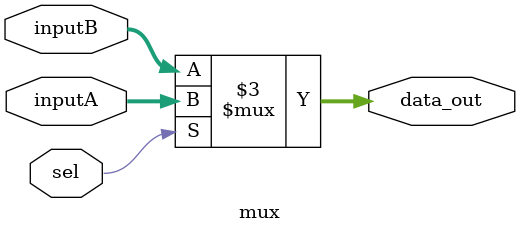
<source format=sv>
module mux #(
	parameter WIDTH = 32
)(
  // interface signals
  input logic [WIDTH-1:0] inputA,
  input logic [WIDTH-1:0] inputB,
  input logic sel,
  output logic [WIDTH-1:0] data_out
);

always_comb begin
    if (sel) begin
        data_out = inputA;
    end else begin
        data_out = inputB;
    end
end

endmodule

</source>
